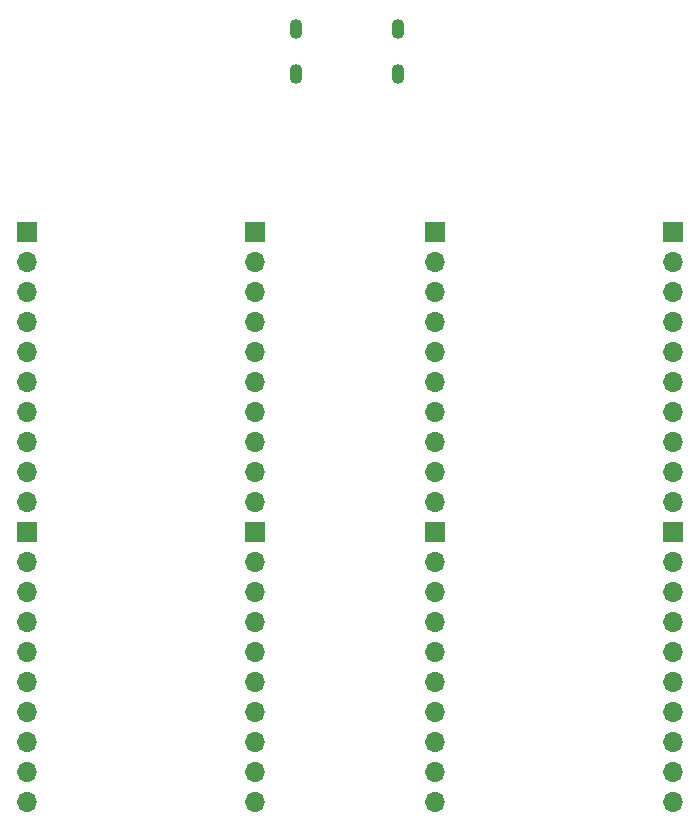
<source format=gbs>
G04 #@! TF.GenerationSoftware,KiCad,Pcbnew,8.0.1*
G04 #@! TF.CreationDate,2025-01-27T18:08:07-06:00*
G04 #@! TF.ProjectId,level-shifter,6c657665-6c2d-4736-9869-667465722e6b,rev?*
G04 #@! TF.SameCoordinates,Original*
G04 #@! TF.FileFunction,Soldermask,Bot*
G04 #@! TF.FilePolarity,Negative*
%FSLAX46Y46*%
G04 Gerber Fmt 4.6, Leading zero omitted, Abs format (unit mm)*
G04 Created by KiCad (PCBNEW 8.0.1) date 2025-01-27 18:08:07*
%MOMM*%
%LPD*%
G01*
G04 APERTURE LIST*
%ADD10R,1.700000X1.700000*%
%ADD11O,1.700000X1.700000*%
%ADD12O,1.100000X1.700000*%
G04 APERTURE END LIST*
D10*
X175400000Y-91475000D03*
D11*
X175400000Y-94015000D03*
X175400000Y-96555000D03*
X175400000Y-99095000D03*
X175400000Y-101635000D03*
X175400000Y-104175000D03*
X175400000Y-106715000D03*
X175400000Y-109255000D03*
X175400000Y-111795000D03*
X175400000Y-114335000D03*
D10*
X175400000Y-66075000D03*
D11*
X175400000Y-68615000D03*
X175400000Y-71155000D03*
X175400000Y-73695000D03*
X175400000Y-76235000D03*
X175400000Y-78775000D03*
X175400000Y-81315000D03*
X175400000Y-83855000D03*
X175400000Y-86395000D03*
X175400000Y-88935000D03*
D10*
X120700000Y-66075000D03*
D11*
X120700000Y-68615000D03*
X120700000Y-71155000D03*
X120700000Y-73695000D03*
X120700000Y-76235000D03*
X120700000Y-78775000D03*
X120700000Y-81315000D03*
X120700000Y-83855000D03*
X120700000Y-86395000D03*
X120700000Y-88935000D03*
D12*
X152170000Y-52700000D03*
X152170000Y-48900000D03*
X143530000Y-52700000D03*
X143530000Y-48900000D03*
D10*
X120700000Y-91475000D03*
D11*
X120700000Y-94015000D03*
X120700000Y-96555000D03*
X120700000Y-99095000D03*
X120700000Y-101635000D03*
X120700000Y-104175000D03*
X120700000Y-106715000D03*
X120700000Y-109255000D03*
X120700000Y-111795000D03*
X120700000Y-114335000D03*
D10*
X155240000Y-91475000D03*
D11*
X155240000Y-94015000D03*
X155240000Y-96555000D03*
X155240000Y-99095000D03*
X155240000Y-101635000D03*
X155240000Y-104175000D03*
X155240000Y-106715000D03*
X155240000Y-109255000D03*
X155240000Y-111795000D03*
X155240000Y-114335000D03*
D10*
X155240000Y-66075000D03*
D11*
X155240000Y-68615000D03*
X155240000Y-71155000D03*
X155240000Y-73695000D03*
X155240000Y-76235000D03*
X155240000Y-78775000D03*
X155240000Y-81315000D03*
X155240000Y-83855000D03*
X155240000Y-86395000D03*
X155240000Y-88935000D03*
D10*
X140000000Y-91475000D03*
D11*
X140000000Y-94015000D03*
X140000000Y-96555000D03*
X140000000Y-99095000D03*
X140000000Y-101635000D03*
X140000000Y-104175000D03*
X140000000Y-106715000D03*
X140000000Y-109255000D03*
X140000000Y-111795000D03*
X140000000Y-114335000D03*
D10*
X140000000Y-66075000D03*
D11*
X140000000Y-68615000D03*
X140000000Y-71155000D03*
X140000000Y-73695000D03*
X140000000Y-76235000D03*
X140000000Y-78775000D03*
X140000000Y-81315000D03*
X140000000Y-83855000D03*
X140000000Y-86395000D03*
X140000000Y-88935000D03*
M02*

</source>
